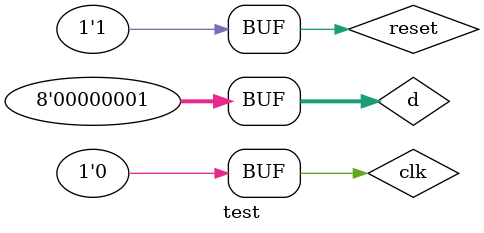
<source format=sv>
module test; 
   reg clk; 
   reg [7:0] d;
   reg reset;
   reg [2:0] delay; 
  wire [7:0] q;
  
  dffsyn dff (.d(d), .reset(reset), .clk(clk), .q(q));
  
  //always #5 clk = ~clk;
  
  initial begin 
      $dumpfile("dumpfile.vcd");
		$dumpvars;
    clk <= 0; 
    d <= 0;
    reset <= 0;
    
    #5 d <= 1;
    #1 reset <=1;
    
  end 
endmodule

</source>
